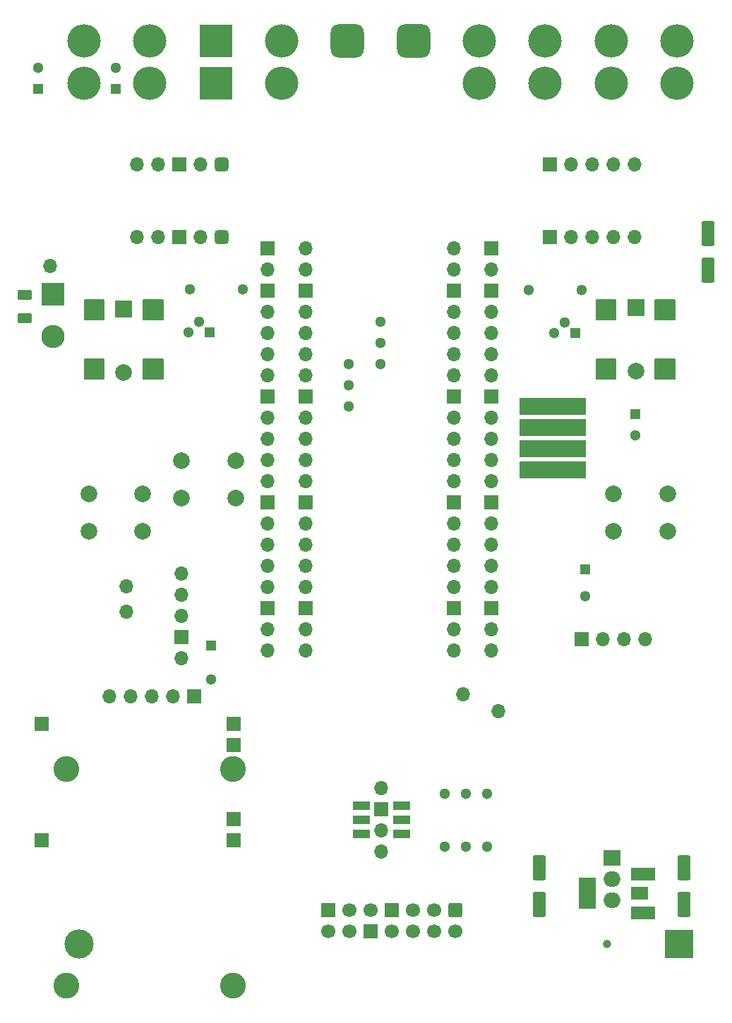
<source format=gbr>
%TF.GenerationSoftware,KiCad,Pcbnew,(6.0.11)*%
%TF.CreationDate,2023-04-25T11:56:07-03:00*%
%TF.ProjectId,Placa Base Xplorer Raspberry pi pico V3A,506c6163-6120-4426-9173-652058706c6f,rev?*%
%TF.SameCoordinates,Original*%
%TF.FileFunction,Soldermask,Top*%
%TF.FilePolarity,Negative*%
%FSLAX46Y46*%
G04 Gerber Fmt 4.6, Leading zero omitted, Abs format (unit mm)*
G04 Created by KiCad (PCBNEW (6.0.11)) date 2023-04-25 11:56:07*
%MOMM*%
%LPD*%
G01*
G04 APERTURE LIST*
G04 Aperture macros list*
%AMRoundRect*
0 Rectangle with rounded corners*
0 $1 Rounding radius*
0 $2 $3 $4 $5 $6 $7 $8 $9 X,Y pos of 4 corners*
0 Add a 4 corners polygon primitive as box body*
4,1,4,$2,$3,$4,$5,$6,$7,$8,$9,$2,$3,0*
0 Add four circle primitives for the rounded corners*
1,1,$1+$1,$2,$3*
1,1,$1+$1,$4,$5*
1,1,$1+$1,$6,$7*
1,1,$1+$1,$8,$9*
0 Add four rect primitives between the rounded corners*
20,1,$1+$1,$2,$3,$4,$5,0*
20,1,$1+$1,$4,$5,$6,$7,0*
20,1,$1+$1,$6,$7,$8,$9,0*
20,1,$1+$1,$8,$9,$2,$3,0*%
%AMOutline4P*
0 Free polygon, 4 corners , with rotation*
0 The origin of the aperture is its center*
0 number of corners: always 4*
0 $1 to $8 corner X, Y*
0 $9 Rotation angle, in degrees counterclockwise*
0 create outline with 4 corners*
4,1,4,$1,$2,$3,$4,$5,$6,$7,$8,$1,$2,$9*%
G04 Aperture macros list end*
%ADD10C,0.200000*%
%ADD11O,1.700000X1.700000*%
%ADD12R,1.700000X1.700000*%
%ADD13R,8.000000X2.000000*%
%ADD14R,2.300000X2.300000*%
%ADD15R,1.300000X1.300000*%
%ADD16R,4.000000X4.000000*%
%ADD17O,4.000000X4.000000*%
%ADD18RoundRect,1.000000X1.000000X1.000000X-1.000000X1.000000X-1.000000X-1.000000X1.000000X-1.000000X0*%
%ADD19R,2.000000X1.905000*%
%ADD20O,2.000000X1.905000*%
%ADD21R,2.000000X2.000000*%
%ADD22C,2.000000*%
%ADD23RoundRect,0.250000X-0.625000X0.375000X-0.625000X-0.375000X0.625000X-0.375000X0.625000X0.375000X0*%
%ADD24C,1.300000*%
%ADD25R,3.000000X1.500000*%
%ADD26R,2.000000X1.500000*%
%ADD27R,2.000000X3.800000*%
%ADD28RoundRect,0.425000X0.425000X0.425000X-0.425000X0.425000X-0.425000X-0.425000X0.425000X-0.425000X0*%
%ADD29R,1.800000X1.800000*%
%ADD30RoundRect,0.250000X-0.600000X0.600000X-0.600000X-0.600000X0.600000X-0.600000X0.600000X0.600000X0*%
%ADD31C,1.700000*%
%ADD32R,2.000000X1.100000*%
%ADD33RoundRect,0.250000X-0.550000X1.250000X-0.550000X-1.250000X0.550000X-1.250000X0.550000X1.250000X0*%
%ADD34Outline4P,-0.850000X-0.850000X0.850000X-0.850000X0.850000X0.850000X-0.850000X0.850000X180.000000*%
%ADD35C,3.100000*%
%ADD36R,2.800000X2.800000*%
%ADD37O,2.800000X2.800000*%
%ADD38RoundRect,0.250000X0.550000X-1.250000X0.550000X1.250000X-0.550000X1.250000X-0.550000X-1.250000X0*%
%ADD39C,1.000000*%
%ADD40R,3.500000X3.500000*%
%ADD41C,3.500000*%
G04 APERTURE END LIST*
D10*
X167360600Y-77927200D02*
X165023800Y-77927200D01*
X165023800Y-77927200D02*
X165023800Y-75590400D01*
X165023800Y-75590400D02*
X167360600Y-75590400D01*
X167360600Y-75590400D02*
X167360600Y-77927200D01*
G36*
X167360600Y-77927200D02*
G01*
X165023800Y-77927200D01*
X165023800Y-75590400D01*
X167360600Y-75590400D01*
X167360600Y-77927200D01*
G37*
X160299400Y-77927200D02*
X157962600Y-77927200D01*
X157962600Y-77927200D02*
X157962600Y-75590400D01*
X157962600Y-75590400D02*
X160299400Y-75590400D01*
X160299400Y-75590400D02*
X160299400Y-77927200D01*
G36*
X160299400Y-77927200D02*
G01*
X157962600Y-77927200D01*
X157962600Y-75590400D01*
X160299400Y-75590400D01*
X160299400Y-77927200D01*
G37*
X105968800Y-70815200D02*
X103632000Y-70815200D01*
X103632000Y-70815200D02*
X103632000Y-68478400D01*
X103632000Y-68478400D02*
X105968800Y-68478400D01*
X105968800Y-68478400D02*
X105968800Y-70815200D01*
G36*
X105968800Y-70815200D02*
G01*
X103632000Y-70815200D01*
X103632000Y-68478400D01*
X105968800Y-68478400D01*
X105968800Y-70815200D01*
G37*
X98907600Y-77927200D02*
X96570800Y-77927200D01*
X96570800Y-77927200D02*
X96570800Y-75590400D01*
X96570800Y-75590400D02*
X98907600Y-75590400D01*
X98907600Y-75590400D02*
X98907600Y-77927200D01*
G36*
X98907600Y-77927200D02*
G01*
X96570800Y-77927200D01*
X96570800Y-75590400D01*
X98907600Y-75590400D01*
X98907600Y-77927200D01*
G37*
X167360600Y-70815200D02*
X165023800Y-70815200D01*
X165023800Y-70815200D02*
X165023800Y-68478400D01*
X165023800Y-68478400D02*
X167360600Y-68478400D01*
X167360600Y-68478400D02*
X167360600Y-70815200D01*
G36*
X167360600Y-70815200D02*
G01*
X165023800Y-70815200D01*
X165023800Y-68478400D01*
X167360600Y-68478400D01*
X167360600Y-70815200D01*
G37*
X98907600Y-70815200D02*
X96570800Y-70815200D01*
X96570800Y-70815200D02*
X96570800Y-68478400D01*
X96570800Y-68478400D02*
X98907600Y-68478400D01*
X98907600Y-68478400D02*
X98907600Y-70815200D01*
G36*
X98907600Y-70815200D02*
G01*
X96570800Y-70815200D01*
X96570800Y-68478400D01*
X98907600Y-68478400D01*
X98907600Y-70815200D01*
G37*
X160299400Y-70815200D02*
X157962600Y-70815200D01*
X157962600Y-70815200D02*
X157962600Y-68478400D01*
X157962600Y-68478400D02*
X160299400Y-68478400D01*
X160299400Y-68478400D02*
X160299400Y-70815200D01*
G36*
X160299400Y-70815200D02*
G01*
X157962600Y-70815200D01*
X157962600Y-68478400D01*
X160299400Y-68478400D01*
X160299400Y-70815200D01*
G37*
X105968800Y-77927200D02*
X103632000Y-77927200D01*
X103632000Y-77927200D02*
X103632000Y-75590400D01*
X103632000Y-75590400D02*
X105968800Y-75590400D01*
X105968800Y-75590400D02*
X105968800Y-77927200D01*
G36*
X105968800Y-77927200D02*
G01*
X103632000Y-77927200D01*
X103632000Y-75590400D01*
X105968800Y-75590400D01*
X105968800Y-77927200D01*
G37*
D11*
%TO.C,*%
X92456000Y-64363600D03*
%TD*%
D12*
%TO.C,*%
X107950000Y-60960000D03*
%TD*%
D13*
%TO.C,*%
X152770000Y-83820000D03*
%TD*%
D14*
%TO.C,*%
X159232600Y-76708000D03*
%TD*%
D15*
%TO.C,*%
X162665079Y-82154371D03*
%TD*%
D16*
%TO.C,*%
X112324444Y-42454018D03*
%TD*%
D17*
%TO.C,*%
X96520000Y-42454018D03*
%TD*%
D18*
%TO.C,*%
X128128888Y-37374018D03*
%TD*%
D11*
%TO.C,*%
X157480000Y-60960000D03*
%TD*%
D12*
%TO.C,*%
X152400000Y-60960000D03*
%TD*%
D11*
%TO.C,*%
X108204000Y-111506000D03*
%TD*%
D19*
%TO.C,Reg 3.3V*%
X159854024Y-135462894D03*
D20*
X159854024Y-138002894D03*
X159854024Y-140542894D03*
%TD*%
D21*
%TO.C,REF\u002A\u002A*%
X101295200Y-69545200D03*
D22*
X101295200Y-77145200D03*
%TD*%
%TO.C,A*%
X97080000Y-91730000D03*
X103580000Y-91730000D03*
X97080000Y-96230000D03*
X103580000Y-96230000D03*
%TD*%
D23*
%TO.C,REF\u002A\u002A*%
X89408000Y-67891200D03*
X89408000Y-70691200D03*
%TD*%
D24*
%TO.C,*%
X128270000Y-78740000D03*
%TD*%
%TO.C,*%
X144890000Y-127727400D03*
%TD*%
D14*
%TO.C,*%
X104749600Y-76708000D03*
%TD*%
D22*
%TO.C,B*%
X166520000Y-91730000D03*
X160020000Y-91730000D03*
X160020000Y-96230000D03*
X166520000Y-96230000D03*
%TD*%
D11*
%TO.C,*%
X161290000Y-109220000D03*
%TD*%
%TO.C,*%
X102092575Y-116078000D03*
%TD*%
%TO.C,*%
X107172575Y-116078000D03*
%TD*%
D14*
%TO.C,*%
X104749600Y-69697600D03*
%TD*%
D17*
%TO.C,*%
X120226666Y-42454018D03*
%TD*%
D11*
%TO.C,*%
X110490000Y-60960000D03*
%TD*%
D25*
%TO.C,UA7803*%
X163570000Y-142000000D03*
D26*
X163170000Y-139700000D03*
D25*
X163570000Y-137400000D03*
D27*
X156870000Y-139700000D03*
%TD*%
D17*
%TO.C,*%
X120226666Y-37374018D03*
%TD*%
D24*
%TO.C,*%
X128270000Y-76200000D03*
%TD*%
D17*
%TO.C,*%
X167640000Y-37374018D03*
%TD*%
%TO.C,*%
X151835554Y-42454018D03*
%TD*%
D24*
%TO.C,*%
X132080000Y-71120000D03*
%TD*%
D11*
%TO.C,*%
X154940000Y-52224597D03*
%TD*%
D28*
%TO.C,*%
X113030000Y-60960000D03*
%TD*%
D11*
%TO.C,*%
X142000000Y-115800000D03*
%TD*%
D29*
%TO.C,*%
X91462000Y-133274400D03*
%TD*%
D12*
%TO.C,*%
X132190000Y-129625000D03*
%TD*%
D24*
%TO.C,*%
X156210000Y-67310000D03*
%TD*%
D11*
%TO.C,*%
X102870000Y-52224597D03*
%TD*%
D30*
%TO.C,REF\u002A\u002A*%
X141080000Y-141660000D03*
D31*
X138540000Y-141660000D03*
X138540000Y-144200000D03*
X136000000Y-141660000D03*
X141080000Y-144200000D03*
X136000000Y-144200000D03*
D12*
X133460000Y-141660000D03*
D31*
X133460000Y-144200000D03*
X130920000Y-141660000D03*
D12*
X130920000Y-144200000D03*
D31*
X128380000Y-141660000D03*
X128380000Y-144200000D03*
D12*
X125840000Y-141660000D03*
D31*
X125840000Y-144200000D03*
%TD*%
D11*
%TO.C,*%
X102870000Y-60960000D03*
%TD*%
D24*
%TO.C,*%
X132080000Y-73660000D03*
%TD*%
D11*
%TO.C,*%
X105410000Y-60960000D03*
%TD*%
D29*
%TO.C,*%
X114474400Y-130734400D03*
%TD*%
D14*
%TO.C,*%
X166141400Y-69697600D03*
%TD*%
D29*
%TO.C,*%
X114474400Y-133274400D03*
%TD*%
D11*
%TO.C,*%
X132190000Y-134705000D03*
%TD*%
%TO.C,*%
X132190000Y-132165000D03*
%TD*%
D12*
%TO.C,*%
X152400000Y-52224597D03*
%TD*%
D29*
%TO.C,*%
X114474400Y-119304400D03*
%TD*%
D24*
%TO.C,*%
X109220000Y-67187162D03*
%TD*%
D13*
%TO.C,*%
X152770000Y-88900000D03*
%TD*%
D11*
%TO.C,*%
X108204000Y-101346000D03*
%TD*%
D21*
%TO.C,REF\u002A\u002A*%
X162712400Y-69392800D03*
D22*
X162712400Y-76992800D03*
%TD*%
D15*
%TO.C,*%
X111760000Y-109931200D03*
%TD*%
D14*
%TO.C,*%
X97840800Y-76708000D03*
%TD*%
D24*
%TO.C,*%
X132080000Y-76200000D03*
%TD*%
D17*
%TO.C,*%
X159737776Y-42454018D03*
%TD*%
D11*
%TO.C,*%
X157480000Y-52224597D03*
%TD*%
D32*
%TO.C,LED*%
X129790000Y-129195000D03*
X129790000Y-130895000D03*
X129790000Y-132595000D03*
X134590000Y-132595000D03*
X134590000Y-130895000D03*
X134590000Y-129195000D03*
%TD*%
D17*
%TO.C,*%
X151835554Y-37374018D03*
%TD*%
D11*
%TO.C,*%
X99552575Y-116078000D03*
%TD*%
%TO.C,*%
X132151341Y-127076852D03*
%TD*%
%TO.C,*%
X101600000Y-102870000D03*
%TD*%
%TO.C,*%
X162560000Y-52224597D03*
%TD*%
D14*
%TO.C,*%
X166141400Y-76708000D03*
%TD*%
D24*
%TO.C,*%
X162665079Y-84694371D03*
%TD*%
D14*
%TO.C,*%
X97790000Y-69646800D03*
%TD*%
D24*
%TO.C,*%
X100300789Y-40610804D03*
%TD*%
D33*
%TO.C,REF\u002A\u002A*%
X151130000Y-136650917D03*
X151130000Y-141050917D03*
%TD*%
D29*
%TO.C,*%
X114474400Y-121844400D03*
%TD*%
D11*
%TO.C,*%
X105410000Y-52224597D03*
%TD*%
D15*
%TO.C,*%
X156619416Y-100800000D03*
%TD*%
D34*
%TO.C,*%
X107950000Y-52224597D03*
%TD*%
D35*
%TO.C,*%
X94402372Y-150769271D03*
%TD*%
D17*
%TO.C,*%
X143933332Y-37374018D03*
%TD*%
D15*
%TO.C,*%
X91030584Y-43180000D03*
%TD*%
D24*
%TO.C,*%
X139810000Y-127727400D03*
%TD*%
D11*
%TO.C,*%
X154940000Y-60960000D03*
%TD*%
D12*
%TO.C,*%
X156210000Y-109220000D03*
%TD*%
D24*
%TO.C,*%
X139810000Y-134077400D03*
%TD*%
D17*
%TO.C,*%
X104422222Y-37374018D03*
%TD*%
D11*
%TO.C,*%
X160020000Y-52224597D03*
%TD*%
D29*
%TO.C,*%
X91462000Y-119304400D03*
%TD*%
D11*
%TO.C,*%
X158750000Y-109220000D03*
%TD*%
D16*
%TO.C,*%
X112324444Y-37374018D03*
%TD*%
D24*
%TO.C,*%
X91030584Y-40640000D03*
%TD*%
D11*
%TO.C,*%
X110490000Y-52224597D03*
%TD*%
D17*
%TO.C,*%
X167640000Y-42454018D03*
%TD*%
%TO.C,*%
X143933332Y-42454018D03*
%TD*%
D12*
%TO.C,*%
X108204000Y-108966000D03*
%TD*%
D24*
%TO.C,*%
X156619416Y-104049018D03*
%TD*%
D11*
%TO.C,*%
X162560000Y-60960000D03*
%TD*%
D12*
%TO.C,*%
X109712575Y-116078000D03*
%TD*%
D24*
%TO.C,*%
X142350000Y-134077400D03*
%TD*%
D35*
%TO.C,*%
X114392623Y-150736142D03*
%TD*%
%TO.C,*%
X94391300Y-124734248D03*
%TD*%
D11*
%TO.C,*%
X104632575Y-116078000D03*
%TD*%
D18*
%TO.C,*%
X136031110Y-37374018D03*
%TD*%
D14*
%TO.C,*%
X159181800Y-69646800D03*
%TD*%
D11*
%TO.C,*%
X146200000Y-117800000D03*
%TD*%
D24*
%TO.C,*%
X115570000Y-67187162D03*
%TD*%
D17*
%TO.C,*%
X104422222Y-42454018D03*
%TD*%
%TO.C,*%
X96520000Y-37374018D03*
%TD*%
D24*
%TO.C,*%
X128270000Y-81280000D03*
%TD*%
%TO.C,*%
X111760000Y-114046000D03*
%TD*%
D13*
%TO.C,*%
X152770000Y-86360000D03*
%TD*%
D11*
%TO.C,*%
X163830000Y-109220000D03*
%TD*%
D36*
%TO.C,REF\u002A\u002A*%
X92822800Y-67753288D03*
D37*
X92822800Y-72833288D03*
%TD*%
D38*
%TO.C,C*%
X171332846Y-64877584D03*
X171332846Y-60477584D03*
%TD*%
D28*
%TO.C,*%
X113030000Y-52224597D03*
%TD*%
D11*
%TO.C,*%
X101600000Y-105918000D03*
%TD*%
D13*
%TO.C,*%
X152770000Y-81280000D03*
%TD*%
D24*
%TO.C,*%
X149860000Y-67310000D03*
%TD*%
D11*
%TO.C,*%
X160020000Y-60960000D03*
%TD*%
D17*
%TO.C,*%
X159737776Y-37374018D03*
%TD*%
D24*
%TO.C,*%
X144890000Y-134077400D03*
%TD*%
D11*
%TO.C,*%
X108204000Y-103886000D03*
%TD*%
%TO.C,*%
X108204000Y-106426000D03*
%TD*%
D15*
%TO.C,*%
X100315386Y-43150773D03*
%TD*%
D35*
%TO.C,*%
X114392623Y-124734248D03*
%TD*%
D24*
%TO.C,*%
X142350000Y-127727400D03*
%TD*%
D38*
%TO.C,C*%
X168458792Y-141050917D03*
X168458792Y-136650917D03*
%TD*%
D12*
%TO.C,REF\u002A\u002A*%
X118564144Y-62255000D03*
D11*
X118564144Y-64795000D03*
D12*
X118564144Y-67335000D03*
D11*
X118564144Y-69875000D03*
X118564144Y-72415000D03*
X118564144Y-74955000D03*
X118564144Y-77495000D03*
D12*
X118564144Y-80035000D03*
D11*
X118564144Y-82575000D03*
X118564144Y-85115000D03*
X118564144Y-87655000D03*
X118564144Y-90195000D03*
D12*
X118564144Y-92735000D03*
D11*
X118564144Y-95275000D03*
X118564144Y-97815000D03*
X118564144Y-100355000D03*
X118564144Y-102895000D03*
D12*
X118564144Y-105435000D03*
D11*
X118564144Y-107975000D03*
X118564144Y-110515000D03*
%TD*%
D22*
%TO.C,reset*%
X108194133Y-87761331D03*
X114694133Y-87761331D03*
X108194133Y-92261331D03*
X114694133Y-92261331D03*
%TD*%
D39*
%TO.C,REF\u002A\u002A*%
X159282600Y-145745200D03*
D40*
X167927600Y-145745200D03*
D41*
X95927600Y-145745200D03*
%TD*%
D12*
%TO.C,REF\u002A\u002A*%
X145349303Y-62278730D03*
D11*
X145349303Y-64818730D03*
D12*
X145349303Y-67358730D03*
D11*
X145349303Y-69898730D03*
X145349303Y-72438730D03*
X145349303Y-74978730D03*
X145349303Y-77518730D03*
D12*
X145349303Y-80058730D03*
D11*
X145349303Y-82598730D03*
X145349303Y-85138730D03*
X145349303Y-87678730D03*
X145349303Y-90218730D03*
D12*
X145349303Y-92758730D03*
D11*
X145349303Y-95298730D03*
X145349303Y-97838730D03*
X145349303Y-100378730D03*
X145349303Y-102918730D03*
D12*
X145349303Y-105458730D03*
D11*
X145349303Y-107998730D03*
X145349303Y-110538730D03*
%TD*%
D15*
%TO.C,BC337*%
X111568000Y-72390000D03*
D24*
X110298000Y-71120000D03*
X109028000Y-72390000D03*
%TD*%
D15*
%TO.C,BC337*%
X155459200Y-72457237D03*
D24*
X154189200Y-71187237D03*
X152919200Y-72457237D03*
%TD*%
D11*
%TO.C,REF\u002A\u002A*%
X140857352Y-62250000D03*
X140857352Y-64790000D03*
D12*
X140857352Y-67330000D03*
D11*
X140857352Y-69870000D03*
X140857352Y-72410000D03*
X140857352Y-74950000D03*
X140857352Y-77490000D03*
D12*
X140857352Y-80030000D03*
D11*
X140857352Y-82570000D03*
X140857352Y-85110000D03*
X140857352Y-87650000D03*
X140857352Y-90190000D03*
D12*
X140857352Y-92730000D03*
D11*
X140857352Y-95270000D03*
X140857352Y-97810000D03*
X140857352Y-100350000D03*
X140857352Y-102890000D03*
D12*
X140857352Y-105430000D03*
D11*
X140857352Y-107970000D03*
X140857352Y-110510000D03*
X123077352Y-110510000D03*
X123077352Y-107970000D03*
D12*
X123077352Y-105430000D03*
D11*
X123077352Y-102890000D03*
X123077352Y-100350000D03*
X123077352Y-97810000D03*
X123077352Y-95270000D03*
D12*
X123077352Y-92730000D03*
D11*
X123077352Y-90190000D03*
X123077352Y-87650000D03*
X123077352Y-85110000D03*
X123077352Y-82570000D03*
D12*
X123077352Y-80030000D03*
D11*
X123077352Y-77490000D03*
X123077352Y-74950000D03*
X123077352Y-72410000D03*
X123077352Y-69870000D03*
D12*
X123077352Y-67330000D03*
D11*
X123077352Y-64790000D03*
X123077352Y-62250000D03*
%TD*%
M02*

</source>
